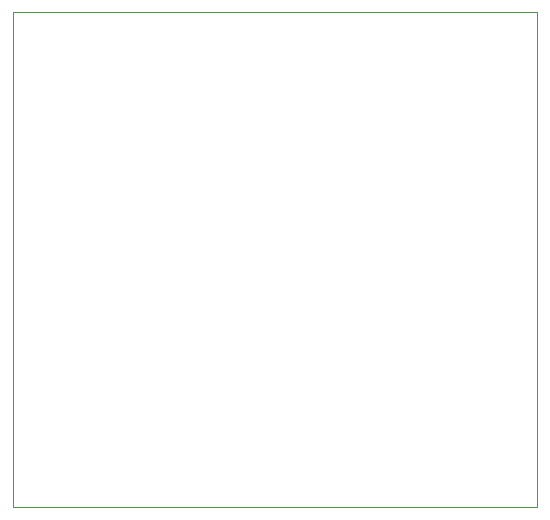
<source format=gbp>
G75*
%MOIN*%
%OFA0B0*%
%FSLAX25Y25*%
%IPPOS*%
%LPD*%
%AMOC8*
5,1,8,0,0,1.08239X$1,22.5*
%
%ADD10C,0.00100*%
D10*
X0001500Y0003000D02*
X0176000Y0003000D01*
X0176000Y0168000D01*
X0001500Y0168000D01*
X0001500Y0003000D01*
M02*

</source>
